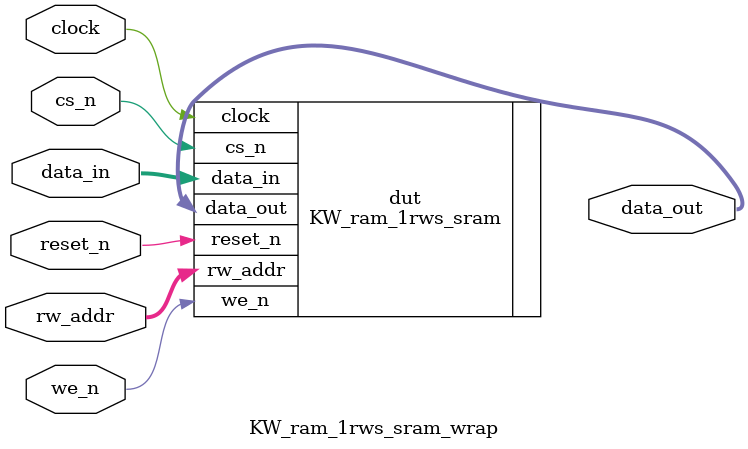
<source format=sv>
`default_nettype none

`define DATA_WIDTH (128)
`define DEPTH      (512)
`define ADDR_WIDTH ($clog2(`DEPTH))

module KW_ram_1rws_sram_wrap (
  input logic clock,
  input logic reset_n,

  input logic cs_n,
  input logic we_n,

  input  logic [`ADDR_WIDTH-1:0] rw_addr,
  input  logic [`DATA_WIDTH-1:0] data_in,
  output logic [`DATA_WIDTH-1:0] data_out
);
  KW_ram_1rws_sram #(
    .DATA_WIDTH(`DATA_WIDTH),
    .DEPTH(`DEPTH)
  ) dut (
    .clock(clock),
    .reset_n(reset_n),
    .cs_n(cs_n),
    .we_n(we_n),
    .rw_addr(rw_addr),
    .data_in(data_in),
    .data_out(data_out)
  );
endmodule

</source>
